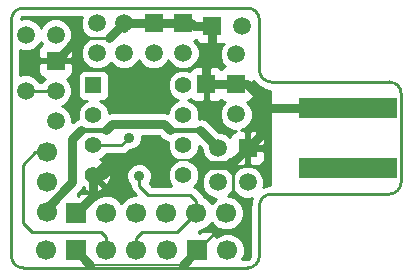
<source format=gbl>
%FSLAX34Y34*%
G04 Gerber Fmt 3.4, Leading zero omitted, Abs format*
G04 (created by PCBNEW (2014-05-21 BZR 4875)-product) date Monday 14 July 2014 12:06:10 PM IST*
%MOIN*%
G01*
G70*
G90*
G04 APERTURE LIST*
%ADD10C,0.005906*%
%ADD11C,0.010000*%
%ADD12R,0.330000X0.070000*%
%ADD13C,0.059055*%
%ADD14R,0.059055X0.059055*%
%ADD15C,0.066929*%
%ADD16R,0.066929X0.066929*%
%ADD17R,0.055118X0.055118*%
%ADD18C,0.055118*%
%ADD19C,0.035000*%
%ADD20C,0.030000*%
%ADD21C,0.015000*%
%ADD22C,0.008000*%
G04 APERTURE END LIST*
G54D10*
G54D11*
X18405Y-16437D02*
X10925Y-16437D01*
X23523Y-10629D02*
X23523Y-13582D01*
X23129Y-10236D02*
X19192Y-10236D01*
X23129Y-13976D02*
X19192Y-13976D01*
X23129Y-13976D02*
G75*
G03X23523Y-13582I0J393D01*
G74*
G01*
X23523Y-10629D02*
G75*
G03X23129Y-10236I-393J0D01*
G74*
G01*
X10925Y-7775D02*
X18405Y-7775D01*
X10531Y-16043D02*
X10531Y-8169D01*
X10531Y-16043D02*
G75*
G03X10925Y-16437I393J0D01*
G74*
G01*
X10925Y-7775D02*
G75*
G03X10531Y-8169I0J-393D01*
G74*
G01*
X18799Y-9842D02*
X18799Y-8169D01*
X18799Y-16043D02*
X18799Y-14370D01*
X18799Y-8169D02*
G75*
G03X18405Y-7775I-393J0D01*
G74*
G01*
X18799Y-9842D02*
G75*
G03X19192Y-10236I393J0D01*
G74*
G01*
X18405Y-16437D02*
G75*
G03X18799Y-16043I0J393D01*
G74*
G01*
X19192Y-13976D02*
G75*
G03X18799Y-14370I0J-393D01*
G74*
G01*
G54D12*
X21758Y-13106D03*
X21758Y-11106D03*
G54D13*
X15275Y-9271D03*
G54D14*
X15275Y-8287D03*
G54D13*
X16259Y-9271D03*
G54D14*
X16259Y-8287D03*
G54D13*
X17421Y-12440D03*
G54D14*
X18405Y-12440D03*
G54D13*
X18208Y-8385D03*
G54D14*
X17224Y-8385D03*
G54D15*
X11712Y-14582D03*
X11712Y-13582D03*
X11712Y-12582D03*
X17696Y-14606D03*
X16696Y-14606D03*
X15696Y-14606D03*
X14696Y-14606D03*
X13696Y-14606D03*
G54D16*
X12696Y-14606D03*
G54D15*
X14681Y-15846D03*
X13681Y-15846D03*
G54D16*
X12681Y-15846D03*
G54D15*
X15732Y-15846D03*
G54D16*
X16732Y-15846D03*
G54D15*
X17732Y-15846D03*
X11675Y-15850D03*
G54D13*
X13385Y-9271D03*
X13385Y-8287D03*
X11023Y-8661D03*
X12007Y-8661D03*
G54D14*
X17031Y-10314D03*
G54D13*
X18031Y-11314D03*
X18031Y-9314D03*
G54D14*
X18031Y-10314D03*
G54D13*
X11007Y-10531D03*
X12007Y-11531D03*
G54D14*
X12007Y-9531D03*
G54D13*
X12007Y-10531D03*
X18405Y-13582D03*
X17421Y-13582D03*
X14291Y-8287D03*
X14291Y-9271D03*
G54D17*
X13263Y-10350D03*
G54D18*
X13263Y-11350D03*
X13263Y-12350D03*
X13263Y-13350D03*
X16263Y-13350D03*
X16263Y-12350D03*
X16263Y-11350D03*
X16263Y-10350D03*
G54D19*
X14793Y-13366D03*
X14448Y-12096D03*
X15255Y-12854D03*
G54D20*
X12559Y-12874D02*
X12559Y-13582D01*
X12559Y-13582D02*
X11712Y-14429D01*
X11712Y-14429D02*
X11712Y-14582D01*
X12559Y-12874D02*
X12559Y-12145D01*
X16830Y-11850D02*
X17421Y-12440D01*
G54D21*
X15807Y-11850D02*
X16830Y-11850D01*
G54D20*
X15610Y-11653D02*
X15807Y-11850D01*
X13887Y-11653D02*
X15610Y-11653D01*
X13690Y-11850D02*
X13887Y-11653D01*
G54D21*
X12854Y-11850D02*
X13690Y-11850D01*
G54D20*
X12559Y-12145D02*
X12854Y-11850D01*
X11712Y-14582D02*
X11716Y-14582D01*
G54D11*
X16496Y-13996D02*
X15088Y-13996D01*
X14793Y-13700D02*
X14793Y-13366D01*
X15088Y-13996D02*
X14793Y-13700D01*
X16696Y-14606D02*
X16696Y-14196D01*
X16696Y-14196D02*
X16496Y-13996D01*
X14681Y-15846D02*
X14681Y-15446D01*
X16047Y-15255D02*
X16696Y-14606D01*
X14872Y-15255D02*
X16047Y-15255D01*
X14681Y-15446D02*
X14872Y-15255D01*
X13263Y-12350D02*
X14194Y-12350D01*
X14194Y-12350D02*
X14448Y-12096D01*
X17913Y-15236D02*
X17342Y-15236D01*
X17342Y-15236D02*
X16732Y-15846D01*
X16732Y-15846D02*
X16732Y-15551D01*
X17913Y-12933D02*
X18405Y-12440D01*
X17913Y-13976D02*
X17913Y-12933D01*
X18425Y-14488D02*
X17913Y-13976D01*
X18425Y-14881D02*
X18425Y-14488D01*
X18070Y-15236D02*
X18425Y-14881D01*
X17913Y-15236D02*
X18070Y-15236D01*
X13543Y-8779D02*
X13799Y-8779D01*
G54D20*
X13799Y-8779D02*
X14291Y-8287D01*
X14291Y-8287D02*
X14291Y-8425D01*
X12759Y-8779D02*
X12007Y-9531D01*
G54D11*
X13543Y-8779D02*
X12759Y-8779D01*
G54D20*
X20358Y-11106D02*
X18814Y-11106D01*
X16259Y-8287D02*
X16515Y-8287D01*
X16515Y-8287D02*
X16614Y-8385D01*
X16614Y-8385D02*
X17224Y-8385D01*
X16732Y-15846D02*
X16250Y-16328D01*
X13163Y-16328D02*
X12681Y-15846D01*
G54D22*
X16250Y-16328D02*
X13163Y-16328D01*
G54D20*
X13263Y-13350D02*
X13598Y-13350D01*
X14094Y-12854D02*
X15255Y-12854D01*
X13598Y-13350D02*
X14094Y-12854D01*
X17834Y-13011D02*
X18405Y-12440D01*
X16929Y-13011D02*
X17834Y-13011D01*
X16771Y-12854D02*
X16929Y-13011D01*
G54D22*
X15255Y-12854D02*
X16771Y-12854D01*
G54D20*
X13263Y-13350D02*
X13263Y-14039D01*
X13263Y-14039D02*
X12696Y-14606D01*
X17224Y-8385D02*
X17224Y-9531D01*
X17224Y-9531D02*
X17031Y-9724D01*
X17031Y-10314D02*
X17031Y-9724D01*
X18814Y-11303D02*
X18814Y-11106D01*
X18814Y-11106D02*
X18814Y-10744D01*
X17031Y-10314D02*
X18385Y-10314D01*
X18814Y-10744D02*
X18385Y-10314D01*
X18814Y-11303D02*
X18814Y-12031D01*
X18814Y-12031D02*
X18405Y-12440D01*
X15275Y-8287D02*
X14291Y-8287D01*
X16259Y-8287D02*
X15275Y-8287D01*
G54D11*
X12952Y-15246D02*
X13513Y-15246D01*
X13681Y-15413D02*
X13681Y-15846D01*
X13513Y-15246D02*
X13681Y-15413D01*
X10925Y-12992D02*
X10925Y-14940D01*
X11230Y-15246D02*
X12952Y-15246D01*
X10925Y-14940D02*
X11230Y-15246D01*
X11712Y-12582D02*
X11334Y-12582D01*
X11334Y-12582D02*
X10925Y-12992D01*
X12007Y-10531D02*
X11007Y-10531D01*
G36*
X12743Y-15901D02*
X12736Y-15901D01*
X12736Y-15909D01*
X12626Y-15909D01*
X12626Y-15901D01*
X12618Y-15901D01*
X12618Y-15791D01*
X12626Y-15791D01*
X12626Y-15783D01*
X12736Y-15783D01*
X12736Y-15791D01*
X12743Y-15791D01*
X12743Y-15901D01*
X12743Y-15901D01*
G37*
X12743Y-15901D02*
X12736Y-15901D01*
X12736Y-15909D01*
X12626Y-15909D01*
X12626Y-15901D01*
X12618Y-15901D01*
X12618Y-15791D01*
X12626Y-15791D01*
X12626Y-15783D01*
X12736Y-15783D01*
X12736Y-15791D01*
X12743Y-15791D01*
X12743Y-15901D01*
G36*
X12759Y-14661D02*
X12751Y-14661D01*
X12751Y-14669D01*
X12641Y-14669D01*
X12641Y-14661D01*
X12633Y-14661D01*
X12633Y-14551D01*
X12641Y-14551D01*
X12641Y-14543D01*
X12751Y-14543D01*
X12751Y-14551D01*
X12759Y-14551D01*
X12759Y-14661D01*
X12759Y-14661D01*
G37*
X12759Y-14661D02*
X12751Y-14661D01*
X12751Y-14669D01*
X12641Y-14669D01*
X12641Y-14661D01*
X12633Y-14661D01*
X12633Y-14551D01*
X12641Y-14551D01*
X12641Y-14543D01*
X12751Y-14543D01*
X12751Y-14551D01*
X12759Y-14551D01*
X12759Y-14661D01*
G36*
X16097Y-12850D02*
X15966Y-12904D01*
X15818Y-13052D01*
X15738Y-13245D01*
X15738Y-13454D01*
X15817Y-13647D01*
X15866Y-13696D01*
X15212Y-13696D01*
X15138Y-13621D01*
X15153Y-13607D01*
X15218Y-13451D01*
X15218Y-13281D01*
X15153Y-13125D01*
X15034Y-13006D01*
X14878Y-12941D01*
X14709Y-12941D01*
X14552Y-13005D01*
X14433Y-13125D01*
X14368Y-13281D01*
X14368Y-13450D01*
X14432Y-13606D01*
X14493Y-13667D01*
X14493Y-13700D01*
X14516Y-13815D01*
X14581Y-13912D01*
X14674Y-14006D01*
X14578Y-14006D01*
X14357Y-14097D01*
X14196Y-14257D01*
X14037Y-14097D01*
X13844Y-14018D01*
X13844Y-13433D01*
X13832Y-13204D01*
X13768Y-13051D01*
X13662Y-13029D01*
X13341Y-13350D01*
X13662Y-13671D01*
X13768Y-13649D01*
X13844Y-13433D01*
X13844Y-14018D01*
X13816Y-14006D01*
X13584Y-14006D01*
X13578Y-14006D01*
X13357Y-14097D01*
X13320Y-14133D01*
X13301Y-14086D01*
X13216Y-14001D01*
X13106Y-13956D01*
X12826Y-13956D01*
X12751Y-14031D01*
X12751Y-13956D01*
X12751Y-13956D01*
X12841Y-13865D01*
X12841Y-13865D01*
X12885Y-13800D01*
X12888Y-13803D01*
X12942Y-13749D01*
X12964Y-13855D01*
X13180Y-13931D01*
X13409Y-13918D01*
X13562Y-13855D01*
X13584Y-13749D01*
X13263Y-13428D01*
X13258Y-13433D01*
X13180Y-13355D01*
X13185Y-13350D01*
X13180Y-13344D01*
X13258Y-13267D01*
X13263Y-13272D01*
X13584Y-12951D01*
X13562Y-12845D01*
X13497Y-12822D01*
X13561Y-12796D01*
X13707Y-12650D01*
X14194Y-12650D01*
X14194Y-12650D01*
X14309Y-12627D01*
X14309Y-12627D01*
X14407Y-12562D01*
X14448Y-12521D01*
X14532Y-12521D01*
X14689Y-12456D01*
X14808Y-12337D01*
X14873Y-12181D01*
X14873Y-12053D01*
X15444Y-12053D01*
X15524Y-12133D01*
X15654Y-12219D01*
X15741Y-12237D01*
X15738Y-12245D01*
X15738Y-12454D01*
X15817Y-12647D01*
X15965Y-12795D01*
X16097Y-12850D01*
X16097Y-12850D01*
G37*
X16097Y-12850D02*
X15966Y-12904D01*
X15818Y-13052D01*
X15738Y-13245D01*
X15738Y-13454D01*
X15817Y-13647D01*
X15866Y-13696D01*
X15212Y-13696D01*
X15138Y-13621D01*
X15153Y-13607D01*
X15218Y-13451D01*
X15218Y-13281D01*
X15153Y-13125D01*
X15034Y-13006D01*
X14878Y-12941D01*
X14709Y-12941D01*
X14552Y-13005D01*
X14433Y-13125D01*
X14368Y-13281D01*
X14368Y-13450D01*
X14432Y-13606D01*
X14493Y-13667D01*
X14493Y-13700D01*
X14516Y-13815D01*
X14581Y-13912D01*
X14674Y-14006D01*
X14578Y-14006D01*
X14357Y-14097D01*
X14196Y-14257D01*
X14037Y-14097D01*
X13844Y-14018D01*
X13844Y-13433D01*
X13832Y-13204D01*
X13768Y-13051D01*
X13662Y-13029D01*
X13341Y-13350D01*
X13662Y-13671D01*
X13768Y-13649D01*
X13844Y-13433D01*
X13844Y-14018D01*
X13816Y-14006D01*
X13584Y-14006D01*
X13578Y-14006D01*
X13357Y-14097D01*
X13320Y-14133D01*
X13301Y-14086D01*
X13216Y-14001D01*
X13106Y-13956D01*
X12826Y-13956D01*
X12751Y-14031D01*
X12751Y-13956D01*
X12751Y-13956D01*
X12841Y-13865D01*
X12841Y-13865D01*
X12885Y-13800D01*
X12888Y-13803D01*
X12942Y-13749D01*
X12964Y-13855D01*
X13180Y-13931D01*
X13409Y-13918D01*
X13562Y-13855D01*
X13584Y-13749D01*
X13263Y-13428D01*
X13258Y-13433D01*
X13180Y-13355D01*
X13185Y-13350D01*
X13180Y-13344D01*
X13258Y-13267D01*
X13263Y-13272D01*
X13584Y-12951D01*
X13562Y-12845D01*
X13497Y-12822D01*
X13561Y-12796D01*
X13707Y-12650D01*
X14194Y-12650D01*
X14194Y-12650D01*
X14309Y-12627D01*
X14309Y-12627D01*
X14407Y-12562D01*
X14448Y-12521D01*
X14532Y-12521D01*
X14689Y-12456D01*
X14808Y-12337D01*
X14873Y-12181D01*
X14873Y-12053D01*
X15444Y-12053D01*
X15524Y-12133D01*
X15654Y-12219D01*
X15741Y-12237D01*
X15738Y-12245D01*
X15738Y-12454D01*
X15817Y-12647D01*
X15965Y-12795D01*
X16097Y-12850D01*
G36*
X16322Y-8342D02*
X16314Y-8342D01*
X16314Y-8350D01*
X16204Y-8350D01*
X16204Y-8342D01*
X15795Y-8342D01*
X15739Y-8342D01*
X15330Y-8342D01*
X15330Y-8350D01*
X15220Y-8350D01*
X15220Y-8342D01*
X14811Y-8342D01*
X14755Y-8342D01*
X14346Y-8342D01*
X14346Y-8350D01*
X14236Y-8350D01*
X14236Y-8342D01*
X14228Y-8342D01*
X14228Y-8232D01*
X14236Y-8232D01*
X14236Y-8224D01*
X14346Y-8224D01*
X14346Y-8232D01*
X14755Y-8232D01*
X14811Y-8232D01*
X15220Y-8232D01*
X15220Y-8224D01*
X15330Y-8224D01*
X15330Y-8232D01*
X15739Y-8232D01*
X15795Y-8232D01*
X16204Y-8232D01*
X16204Y-8224D01*
X16314Y-8224D01*
X16314Y-8232D01*
X16322Y-8232D01*
X16322Y-8342D01*
X16322Y-8342D01*
G37*
X16322Y-8342D02*
X16314Y-8342D01*
X16314Y-8350D01*
X16204Y-8350D01*
X16204Y-8342D01*
X15795Y-8342D01*
X15739Y-8342D01*
X15330Y-8342D01*
X15330Y-8350D01*
X15220Y-8350D01*
X15220Y-8342D01*
X14811Y-8342D01*
X14755Y-8342D01*
X14346Y-8342D01*
X14346Y-8350D01*
X14236Y-8350D01*
X14236Y-8342D01*
X14228Y-8342D01*
X14228Y-8232D01*
X14236Y-8232D01*
X14236Y-8224D01*
X14346Y-8224D01*
X14346Y-8232D01*
X14755Y-8232D01*
X14811Y-8232D01*
X15220Y-8232D01*
X15220Y-8224D01*
X15330Y-8224D01*
X15330Y-8232D01*
X15739Y-8232D01*
X15795Y-8232D01*
X16204Y-8232D01*
X16204Y-8224D01*
X16314Y-8224D01*
X16314Y-8232D01*
X16322Y-8232D01*
X16322Y-8342D01*
G36*
X16795Y-15901D02*
X16787Y-15901D01*
X16787Y-15909D01*
X16677Y-15909D01*
X16677Y-15901D01*
X16669Y-15901D01*
X16669Y-15791D01*
X16677Y-15791D01*
X16677Y-15783D01*
X16787Y-15783D01*
X16787Y-15791D01*
X16795Y-15791D01*
X16795Y-15901D01*
X16795Y-15901D01*
G37*
X16795Y-15901D02*
X16787Y-15901D01*
X16787Y-15909D01*
X16677Y-15909D01*
X16677Y-15901D01*
X16669Y-15901D01*
X16669Y-15791D01*
X16677Y-15791D01*
X16677Y-15783D01*
X16787Y-15783D01*
X16787Y-15791D01*
X16795Y-15791D01*
X16795Y-15901D01*
G36*
X18555Y-14110D02*
X18534Y-14160D01*
X18504Y-14311D01*
X18504Y-14341D01*
X18499Y-14370D01*
X18499Y-16013D01*
X18486Y-16076D01*
X18467Y-16105D01*
X18439Y-16124D01*
X18375Y-16137D01*
X18234Y-16137D01*
X18307Y-15961D01*
X18307Y-15732D01*
X18220Y-15521D01*
X18058Y-15359D01*
X17847Y-15271D01*
X17618Y-15271D01*
X17406Y-15358D01*
X17366Y-15399D01*
X17336Y-15326D01*
X17252Y-15242D01*
X17141Y-15196D01*
X16862Y-15196D01*
X16787Y-15271D01*
X16787Y-15206D01*
X16815Y-15206D01*
X17036Y-15115D01*
X17205Y-14946D01*
X17210Y-14933D01*
X17370Y-15093D01*
X17581Y-15181D01*
X17810Y-15181D01*
X18022Y-15094D01*
X18184Y-14932D01*
X18271Y-14721D01*
X18271Y-14492D01*
X18184Y-14281D01*
X18022Y-14119D01*
X17811Y-14031D01*
X17743Y-14031D01*
X17883Y-13891D01*
X17913Y-13819D01*
X17942Y-13891D01*
X18096Y-14044D01*
X18296Y-14127D01*
X18513Y-14128D01*
X18555Y-14110D01*
X18555Y-14110D01*
G37*
X18555Y-14110D02*
X18534Y-14160D01*
X18504Y-14311D01*
X18504Y-14341D01*
X18499Y-14370D01*
X18499Y-16013D01*
X18486Y-16076D01*
X18467Y-16105D01*
X18439Y-16124D01*
X18375Y-16137D01*
X18234Y-16137D01*
X18307Y-15961D01*
X18307Y-15732D01*
X18220Y-15521D01*
X18058Y-15359D01*
X17847Y-15271D01*
X17618Y-15271D01*
X17406Y-15358D01*
X17366Y-15399D01*
X17336Y-15326D01*
X17252Y-15242D01*
X17141Y-15196D01*
X16862Y-15196D01*
X16787Y-15271D01*
X16787Y-15206D01*
X16815Y-15206D01*
X17036Y-15115D01*
X17205Y-14946D01*
X17210Y-14933D01*
X17370Y-15093D01*
X17581Y-15181D01*
X17810Y-15181D01*
X18022Y-15094D01*
X18184Y-14932D01*
X18271Y-14721D01*
X18271Y-14492D01*
X18184Y-14281D01*
X18022Y-14119D01*
X17811Y-14031D01*
X17743Y-14031D01*
X17883Y-13891D01*
X17913Y-13819D01*
X17942Y-13891D01*
X18096Y-14044D01*
X18296Y-14127D01*
X18513Y-14128D01*
X18555Y-14110D01*
G36*
X19142Y-13682D02*
X19134Y-13682D01*
X19000Y-13708D01*
X19000Y-12795D01*
X19000Y-12676D01*
X19000Y-12570D01*
X19000Y-12310D01*
X19000Y-12205D01*
X19000Y-12085D01*
X18955Y-11975D01*
X18870Y-11891D01*
X18760Y-11845D01*
X18535Y-11845D01*
X18460Y-11920D01*
X18460Y-12385D01*
X18925Y-12385D01*
X19000Y-12310D01*
X19000Y-12570D01*
X18925Y-12495D01*
X18460Y-12495D01*
X18460Y-12961D01*
X18535Y-13036D01*
X18760Y-13036D01*
X18870Y-12990D01*
X18955Y-12906D01*
X19000Y-12795D01*
X19000Y-13708D01*
X18983Y-13712D01*
X18933Y-13732D01*
X18950Y-13691D01*
X18950Y-13474D01*
X18868Y-13274D01*
X18714Y-13120D01*
X18514Y-13037D01*
X18297Y-13037D01*
X18097Y-13120D01*
X17943Y-13273D01*
X17913Y-13345D01*
X17883Y-13274D01*
X17730Y-13120D01*
X17530Y-13037D01*
X17313Y-13037D01*
X17112Y-13120D01*
X16959Y-13273D01*
X16876Y-13473D01*
X16875Y-13690D01*
X16958Y-13891D01*
X17111Y-14044D01*
X17312Y-14127D01*
X17362Y-14127D01*
X17210Y-14279D01*
X17205Y-14266D01*
X17037Y-14097D01*
X16964Y-14067D01*
X16908Y-13984D01*
X16708Y-13783D01*
X16627Y-13729D01*
X16627Y-13729D01*
X16709Y-13648D01*
X16789Y-13455D01*
X16789Y-13246D01*
X16709Y-13053D01*
X16561Y-12905D01*
X16430Y-12850D01*
X16561Y-12796D01*
X16709Y-12648D01*
X16789Y-12455D01*
X16789Y-12374D01*
X16875Y-12461D01*
X16875Y-12548D01*
X16958Y-12749D01*
X17111Y-12902D01*
X17312Y-12986D01*
X17529Y-12986D01*
X17729Y-12903D01*
X17818Y-12815D01*
X17855Y-12906D01*
X17940Y-12990D01*
X18050Y-13036D01*
X18275Y-13036D01*
X18350Y-12961D01*
X18350Y-12495D01*
X18342Y-12495D01*
X18342Y-12385D01*
X18350Y-12385D01*
X18350Y-11920D01*
X18275Y-11845D01*
X18175Y-11845D01*
X18340Y-11777D01*
X18493Y-11624D01*
X18576Y-11423D01*
X18577Y-11206D01*
X18494Y-11006D01*
X18395Y-10906D01*
X18496Y-10864D01*
X18581Y-10780D01*
X18626Y-10670D01*
X18626Y-10550D01*
X18626Y-10444D01*
X18551Y-10369D01*
X18086Y-10369D01*
X18086Y-10377D01*
X17976Y-10377D01*
X17976Y-10369D01*
X17551Y-10369D01*
X17510Y-10369D01*
X17086Y-10369D01*
X17086Y-10835D01*
X17161Y-10910D01*
X17386Y-10910D01*
X17496Y-10864D01*
X17531Y-10830D01*
X17566Y-10864D01*
X17668Y-10907D01*
X17569Y-11005D01*
X17486Y-11205D01*
X17485Y-11422D01*
X17568Y-11623D01*
X17722Y-11777D01*
X17922Y-11860D01*
X18014Y-11860D01*
X17940Y-11891D01*
X17855Y-11975D01*
X17818Y-12066D01*
X17730Y-11978D01*
X17530Y-11895D01*
X17441Y-11895D01*
X17113Y-11567D01*
X16983Y-11480D01*
X16830Y-11450D01*
X16787Y-11458D01*
X16789Y-11455D01*
X16789Y-11246D01*
X16709Y-11053D01*
X16561Y-10905D01*
X16430Y-10850D01*
X16516Y-10814D01*
X16566Y-10864D01*
X16676Y-10910D01*
X16901Y-10910D01*
X16976Y-10835D01*
X16976Y-10369D01*
X16968Y-10369D01*
X16968Y-10259D01*
X16976Y-10259D01*
X16976Y-9794D01*
X16901Y-9719D01*
X16676Y-9719D01*
X16566Y-9765D01*
X16481Y-9849D01*
X16473Y-9868D01*
X16368Y-9824D01*
X16159Y-9824D01*
X15966Y-9904D01*
X15818Y-10052D01*
X15738Y-10245D01*
X15738Y-10454D01*
X15817Y-10647D01*
X15965Y-10795D01*
X16097Y-10850D01*
X15966Y-10904D01*
X15818Y-11052D01*
X15738Y-11245D01*
X15738Y-11279D01*
X15737Y-11278D01*
X15610Y-11253D01*
X13887Y-11253D01*
X13789Y-11273D01*
X13789Y-11246D01*
X13709Y-11053D01*
X13561Y-10905D01*
X13490Y-10875D01*
X13588Y-10875D01*
X13680Y-10837D01*
X13750Y-10767D01*
X13788Y-10675D01*
X13788Y-10575D01*
X13788Y-10025D01*
X13750Y-9933D01*
X13680Y-9863D01*
X13588Y-9825D01*
X13489Y-9825D01*
X12939Y-9825D01*
X12847Y-9863D01*
X12776Y-9933D01*
X12738Y-10025D01*
X12738Y-10125D01*
X12738Y-10675D01*
X12776Y-10767D01*
X12847Y-10837D01*
X12939Y-10875D01*
X13037Y-10875D01*
X12966Y-10904D01*
X12818Y-11052D01*
X12738Y-11245D01*
X12738Y-11454D01*
X12745Y-11472D01*
X12701Y-11480D01*
X12571Y-11567D01*
X12553Y-11585D01*
X12553Y-11423D01*
X12470Y-11222D01*
X12317Y-11069D01*
X12226Y-11031D01*
X12316Y-10994D01*
X12470Y-10840D01*
X12553Y-10640D01*
X12553Y-10423D01*
X12470Y-10222D01*
X12371Y-10123D01*
X12473Y-10081D01*
X12557Y-9996D01*
X12603Y-9886D01*
X12603Y-9767D01*
X12603Y-9661D01*
X12528Y-9586D01*
X12062Y-9586D01*
X12062Y-9594D01*
X11952Y-9594D01*
X11952Y-9586D01*
X11487Y-9586D01*
X11412Y-9661D01*
X11412Y-9767D01*
X11412Y-9886D01*
X11458Y-9996D01*
X11542Y-10081D01*
X11644Y-10123D01*
X11545Y-10222D01*
X11541Y-10231D01*
X11474Y-10231D01*
X11470Y-10222D01*
X11317Y-10069D01*
X11116Y-9986D01*
X10899Y-9985D01*
X10831Y-10014D01*
X10831Y-9172D01*
X10914Y-9206D01*
X11131Y-9206D01*
X11332Y-9123D01*
X11485Y-8970D01*
X11515Y-8898D01*
X11545Y-8969D01*
X11552Y-8977D01*
X11542Y-8981D01*
X11458Y-9066D01*
X11412Y-9176D01*
X11412Y-9295D01*
X11412Y-9401D01*
X11487Y-9476D01*
X11952Y-9476D01*
X11952Y-9468D01*
X12062Y-9468D01*
X12062Y-9476D01*
X12528Y-9476D01*
X12603Y-9401D01*
X12603Y-9295D01*
X12603Y-9176D01*
X12557Y-9066D01*
X12473Y-8981D01*
X12463Y-8977D01*
X12469Y-8970D01*
X12553Y-8770D01*
X12553Y-8553D01*
X12470Y-8352D01*
X12317Y-8199D01*
X12116Y-8116D01*
X11899Y-8116D01*
X11699Y-8198D01*
X11545Y-8352D01*
X11515Y-8424D01*
X11486Y-8352D01*
X11332Y-8199D01*
X11132Y-8116D01*
X10915Y-8116D01*
X10841Y-8146D01*
X10844Y-8135D01*
X10863Y-8107D01*
X10891Y-8088D01*
X10954Y-8075D01*
X12883Y-8075D01*
X12840Y-8178D01*
X12840Y-8395D01*
X12923Y-8595D01*
X13076Y-8749D01*
X13149Y-8779D01*
X13077Y-8809D01*
X12923Y-8962D01*
X12840Y-9162D01*
X12840Y-9379D01*
X12923Y-9580D01*
X13076Y-9733D01*
X13276Y-9816D01*
X13493Y-9817D01*
X13694Y-9734D01*
X13838Y-9590D01*
X13982Y-9733D01*
X14182Y-9816D01*
X14399Y-9817D01*
X14599Y-9734D01*
X14753Y-9580D01*
X14783Y-9508D01*
X14813Y-9580D01*
X14966Y-9733D01*
X15166Y-9816D01*
X15383Y-9817D01*
X15584Y-9734D01*
X15737Y-9580D01*
X15767Y-9508D01*
X15797Y-9580D01*
X15950Y-9733D01*
X16150Y-9816D01*
X16367Y-9817D01*
X16568Y-9734D01*
X16721Y-9580D01*
X16805Y-9380D01*
X16805Y-9163D01*
X16722Y-8963D01*
X16634Y-8874D01*
X16679Y-8855D01*
X16759Y-8935D01*
X16869Y-8981D01*
X17094Y-8981D01*
X17169Y-8906D01*
X17169Y-8440D01*
X17161Y-8440D01*
X17161Y-8330D01*
X17169Y-8330D01*
X17169Y-8322D01*
X17279Y-8322D01*
X17279Y-8330D01*
X17287Y-8330D01*
X17287Y-8440D01*
X17279Y-8440D01*
X17279Y-8906D01*
X17354Y-8981D01*
X17579Y-8981D01*
X17604Y-8970D01*
X17569Y-9005D01*
X17486Y-9205D01*
X17485Y-9422D01*
X17568Y-9623D01*
X17667Y-9722D01*
X17566Y-9765D01*
X17531Y-9799D01*
X17496Y-9765D01*
X17386Y-9719D01*
X17161Y-9719D01*
X17086Y-9794D01*
X17086Y-10259D01*
X17510Y-10259D01*
X17551Y-10259D01*
X17976Y-10259D01*
X17976Y-10252D01*
X18086Y-10252D01*
X18086Y-10259D01*
X18551Y-10259D01*
X18608Y-10203D01*
X18665Y-10287D01*
X18747Y-10370D01*
X18747Y-10370D01*
X18875Y-10455D01*
X18875Y-10455D01*
X18907Y-10468D01*
X18983Y-10500D01*
X19134Y-10530D01*
X19142Y-10530D01*
X19142Y-13682D01*
X19142Y-13682D01*
G37*
X19142Y-13682D02*
X19134Y-13682D01*
X19000Y-13708D01*
X19000Y-12795D01*
X19000Y-12676D01*
X19000Y-12570D01*
X19000Y-12310D01*
X19000Y-12205D01*
X19000Y-12085D01*
X18955Y-11975D01*
X18870Y-11891D01*
X18760Y-11845D01*
X18535Y-11845D01*
X18460Y-11920D01*
X18460Y-12385D01*
X18925Y-12385D01*
X19000Y-12310D01*
X19000Y-12570D01*
X18925Y-12495D01*
X18460Y-12495D01*
X18460Y-12961D01*
X18535Y-13036D01*
X18760Y-13036D01*
X18870Y-12990D01*
X18955Y-12906D01*
X19000Y-12795D01*
X19000Y-13708D01*
X18983Y-13712D01*
X18933Y-13732D01*
X18950Y-13691D01*
X18950Y-13474D01*
X18868Y-13274D01*
X18714Y-13120D01*
X18514Y-13037D01*
X18297Y-13037D01*
X18097Y-13120D01*
X17943Y-13273D01*
X17913Y-13345D01*
X17883Y-13274D01*
X17730Y-13120D01*
X17530Y-13037D01*
X17313Y-13037D01*
X17112Y-13120D01*
X16959Y-13273D01*
X16876Y-13473D01*
X16875Y-13690D01*
X16958Y-13891D01*
X17111Y-14044D01*
X17312Y-14127D01*
X17362Y-14127D01*
X17210Y-14279D01*
X17205Y-14266D01*
X17037Y-14097D01*
X16964Y-14067D01*
X16908Y-13984D01*
X16708Y-13783D01*
X16627Y-13729D01*
X16627Y-13729D01*
X16709Y-13648D01*
X16789Y-13455D01*
X16789Y-13246D01*
X16709Y-13053D01*
X16561Y-12905D01*
X16430Y-12850D01*
X16561Y-12796D01*
X16709Y-12648D01*
X16789Y-12455D01*
X16789Y-12374D01*
X16875Y-12461D01*
X16875Y-12548D01*
X16958Y-12749D01*
X17111Y-12902D01*
X17312Y-12986D01*
X17529Y-12986D01*
X17729Y-12903D01*
X17818Y-12815D01*
X17855Y-12906D01*
X17940Y-12990D01*
X18050Y-13036D01*
X18275Y-13036D01*
X18350Y-12961D01*
X18350Y-12495D01*
X18342Y-12495D01*
X18342Y-12385D01*
X18350Y-12385D01*
X18350Y-11920D01*
X18275Y-11845D01*
X18175Y-11845D01*
X18340Y-11777D01*
X18493Y-11624D01*
X18576Y-11423D01*
X18577Y-11206D01*
X18494Y-11006D01*
X18395Y-10906D01*
X18496Y-10864D01*
X18581Y-10780D01*
X18626Y-10670D01*
X18626Y-10550D01*
X18626Y-10444D01*
X18551Y-10369D01*
X18086Y-10369D01*
X18086Y-10377D01*
X17976Y-10377D01*
X17976Y-10369D01*
X17551Y-10369D01*
X17510Y-10369D01*
X17086Y-10369D01*
X17086Y-10835D01*
X17161Y-10910D01*
X17386Y-10910D01*
X17496Y-10864D01*
X17531Y-10830D01*
X17566Y-10864D01*
X17668Y-10907D01*
X17569Y-11005D01*
X17486Y-11205D01*
X17485Y-11422D01*
X17568Y-11623D01*
X17722Y-11777D01*
X17922Y-11860D01*
X18014Y-11860D01*
X17940Y-11891D01*
X17855Y-11975D01*
X17818Y-12066D01*
X17730Y-11978D01*
X17530Y-11895D01*
X17441Y-11895D01*
X17113Y-11567D01*
X16983Y-11480D01*
X16830Y-11450D01*
X16787Y-11458D01*
X16789Y-11455D01*
X16789Y-11246D01*
X16709Y-11053D01*
X16561Y-10905D01*
X16430Y-10850D01*
X16516Y-10814D01*
X16566Y-10864D01*
X16676Y-10910D01*
X16901Y-10910D01*
X16976Y-10835D01*
X16976Y-10369D01*
X16968Y-10369D01*
X16968Y-10259D01*
X16976Y-10259D01*
X16976Y-9794D01*
X16901Y-9719D01*
X16676Y-9719D01*
X16566Y-9765D01*
X16481Y-9849D01*
X16473Y-9868D01*
X16368Y-9824D01*
X16159Y-9824D01*
X15966Y-9904D01*
X15818Y-10052D01*
X15738Y-10245D01*
X15738Y-10454D01*
X15817Y-10647D01*
X15965Y-10795D01*
X16097Y-10850D01*
X15966Y-10904D01*
X15818Y-11052D01*
X15738Y-11245D01*
X15738Y-11279D01*
X15737Y-11278D01*
X15610Y-11253D01*
X13887Y-11253D01*
X13789Y-11273D01*
X13789Y-11246D01*
X13709Y-11053D01*
X13561Y-10905D01*
X13490Y-10875D01*
X13588Y-10875D01*
X13680Y-10837D01*
X13750Y-10767D01*
X13788Y-10675D01*
X13788Y-10575D01*
X13788Y-10025D01*
X13750Y-9933D01*
X13680Y-9863D01*
X13588Y-9825D01*
X13489Y-9825D01*
X12939Y-9825D01*
X12847Y-9863D01*
X12776Y-9933D01*
X12738Y-10025D01*
X12738Y-10125D01*
X12738Y-10675D01*
X12776Y-10767D01*
X12847Y-10837D01*
X12939Y-10875D01*
X13037Y-10875D01*
X12966Y-10904D01*
X12818Y-11052D01*
X12738Y-11245D01*
X12738Y-11454D01*
X12745Y-11472D01*
X12701Y-11480D01*
X12571Y-11567D01*
X12553Y-11585D01*
X12553Y-11423D01*
X12470Y-11222D01*
X12317Y-11069D01*
X12226Y-11031D01*
X12316Y-10994D01*
X12470Y-10840D01*
X12553Y-10640D01*
X12553Y-10423D01*
X12470Y-10222D01*
X12371Y-10123D01*
X12473Y-10081D01*
X12557Y-9996D01*
X12603Y-9886D01*
X12603Y-9767D01*
X12603Y-9661D01*
X12528Y-9586D01*
X12062Y-9586D01*
X12062Y-9594D01*
X11952Y-9594D01*
X11952Y-9586D01*
X11487Y-9586D01*
X11412Y-9661D01*
X11412Y-9767D01*
X11412Y-9886D01*
X11458Y-9996D01*
X11542Y-10081D01*
X11644Y-10123D01*
X11545Y-10222D01*
X11541Y-10231D01*
X11474Y-10231D01*
X11470Y-10222D01*
X11317Y-10069D01*
X11116Y-9986D01*
X10899Y-9985D01*
X10831Y-10014D01*
X10831Y-9172D01*
X10914Y-9206D01*
X11131Y-9206D01*
X11332Y-9123D01*
X11485Y-8970D01*
X11515Y-8898D01*
X11545Y-8969D01*
X11552Y-8977D01*
X11542Y-8981D01*
X11458Y-9066D01*
X11412Y-9176D01*
X11412Y-9295D01*
X11412Y-9401D01*
X11487Y-9476D01*
X11952Y-9476D01*
X11952Y-9468D01*
X12062Y-9468D01*
X12062Y-9476D01*
X12528Y-9476D01*
X12603Y-9401D01*
X12603Y-9295D01*
X12603Y-9176D01*
X12557Y-9066D01*
X12473Y-8981D01*
X12463Y-8977D01*
X12469Y-8970D01*
X12553Y-8770D01*
X12553Y-8553D01*
X12470Y-8352D01*
X12317Y-8199D01*
X12116Y-8116D01*
X11899Y-8116D01*
X11699Y-8198D01*
X11545Y-8352D01*
X11515Y-8424D01*
X11486Y-8352D01*
X11332Y-8199D01*
X11132Y-8116D01*
X10915Y-8116D01*
X10841Y-8146D01*
X10844Y-8135D01*
X10863Y-8107D01*
X10891Y-8088D01*
X10954Y-8075D01*
X12883Y-8075D01*
X12840Y-8178D01*
X12840Y-8395D01*
X12923Y-8595D01*
X13076Y-8749D01*
X13149Y-8779D01*
X13077Y-8809D01*
X12923Y-8962D01*
X12840Y-9162D01*
X12840Y-9379D01*
X12923Y-9580D01*
X13076Y-9733D01*
X13276Y-9816D01*
X13493Y-9817D01*
X13694Y-9734D01*
X13838Y-9590D01*
X13982Y-9733D01*
X14182Y-9816D01*
X14399Y-9817D01*
X14599Y-9734D01*
X14753Y-9580D01*
X14783Y-9508D01*
X14813Y-9580D01*
X14966Y-9733D01*
X15166Y-9816D01*
X15383Y-9817D01*
X15584Y-9734D01*
X15737Y-9580D01*
X15767Y-9508D01*
X15797Y-9580D01*
X15950Y-9733D01*
X16150Y-9816D01*
X16367Y-9817D01*
X16568Y-9734D01*
X16721Y-9580D01*
X16805Y-9380D01*
X16805Y-9163D01*
X16722Y-8963D01*
X16634Y-8874D01*
X16679Y-8855D01*
X16759Y-8935D01*
X16869Y-8981D01*
X17094Y-8981D01*
X17169Y-8906D01*
X17169Y-8440D01*
X17161Y-8440D01*
X17161Y-8330D01*
X17169Y-8330D01*
X17169Y-8322D01*
X17279Y-8322D01*
X17279Y-8330D01*
X17287Y-8330D01*
X17287Y-8440D01*
X17279Y-8440D01*
X17279Y-8906D01*
X17354Y-8981D01*
X17579Y-8981D01*
X17604Y-8970D01*
X17569Y-9005D01*
X17486Y-9205D01*
X17485Y-9422D01*
X17568Y-9623D01*
X17667Y-9722D01*
X17566Y-9765D01*
X17531Y-9799D01*
X17496Y-9765D01*
X17386Y-9719D01*
X17161Y-9719D01*
X17086Y-9794D01*
X17086Y-10259D01*
X17510Y-10259D01*
X17551Y-10259D01*
X17976Y-10259D01*
X17976Y-10252D01*
X18086Y-10252D01*
X18086Y-10259D01*
X18551Y-10259D01*
X18608Y-10203D01*
X18665Y-10287D01*
X18747Y-10370D01*
X18747Y-10370D01*
X18875Y-10455D01*
X18875Y-10455D01*
X18907Y-10468D01*
X18983Y-10500D01*
X19134Y-10530D01*
X19142Y-10530D01*
X19142Y-13682D01*
M02*

</source>
